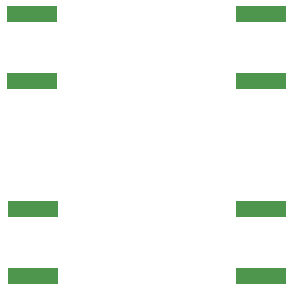
<source format=gbr>
%TF.GenerationSoftware,KiCad,Pcbnew,8.0.2*%
%TF.CreationDate,2025-01-11T01:23:29-03:00*%
%TF.ProjectId,preenfasis,70726565-6e66-4617-9369-732e6b696361,v1.3*%
%TF.SameCoordinates,Original*%
%TF.FileFunction,Paste,Bot*%
%TF.FilePolarity,Positive*%
%FSLAX46Y46*%
G04 Gerber Fmt 4.6, Leading zero omitted, Abs format (unit mm)*
G04 Created by KiCad (PCBNEW 8.0.2) date 2025-01-11 01:23:29*
%MOMM*%
%LPD*%
G01*
G04 APERTURE LIST*
%ADD10R,4.200000X1.350000*%
G04 APERTURE END LIST*
D10*
%TO.C,J3*%
X102743000Y-69565000D03*
X102743000Y-75215000D03*
%TD*%
%TO.C,J2*%
X122174000Y-91725000D03*
X122174000Y-86075000D03*
%TD*%
%TO.C,J4*%
X122174000Y-75215000D03*
X122174000Y-69565000D03*
%TD*%
%TO.C,J1*%
X102816000Y-86075000D03*
X102816000Y-91725000D03*
%TD*%
M02*

</source>
